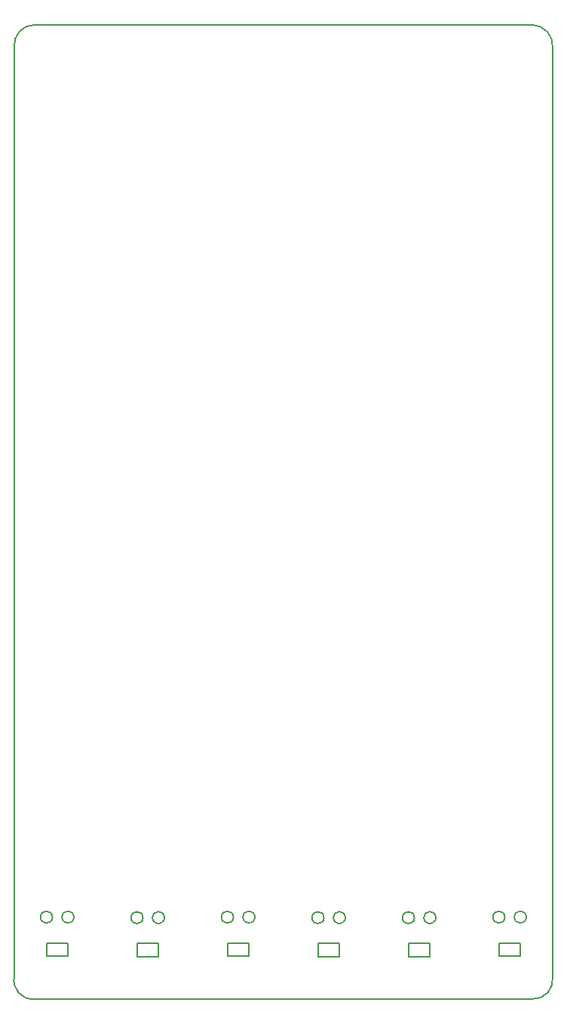
<source format=gko>
G04 DipTrace 4.0.0.0*
G04 uTest_p02.GKO*
%MOIN*%
G04 #@! TF.FileFunction,Profile*
G04 #@! TF.Part,Single*
%ADD11C,0.005512*%
%FSLAX26Y26*%
G04*
G70*
G90*
G75*
G01*
G04 BoardOutline*
%LPD*%
X2775834Y494461D2*
D11*
G02X2685834Y394461I-85468J-13579D01*
G01*
X485834D1*
G02X395834Y494461I-8738J82636D01*
G01*
Y4594461D1*
G02X485834Y4694461I89260J10166D01*
G01*
X2685834D1*
G02X2775834Y4594461I-1920J-92228D01*
G01*
Y494461D1*
X2606760Y755845D2*
G02X2606760Y755845I26392J0D01*
G01*
X2512129D2*
G02X2512129Y755845I26392J0D01*
G01*
X2538590Y641718D2*
X2633064D1*
Y582479D1*
X2538590D1*
Y641718D1*
X2206760Y753482D2*
G02X2206760Y753482I26392J0D01*
G01*
X2112129D2*
G02X2112129Y753482I26392J0D01*
G01*
X2138590Y639356D2*
X2233064D1*
Y580117D1*
X2138590D1*
Y639356D1*
X1806760Y753482D2*
G02X1806760Y753482I26392J0D01*
G01*
X1712129D2*
G02X1712129Y753482I26392J0D01*
G01*
X1738590Y639356D2*
X1833064D1*
Y580117D1*
X1738590D1*
Y639356D1*
X1406760Y755845D2*
G02X1406760Y755845I26392J0D01*
G01*
X1312129D2*
G02X1312129Y755845I26392J0D01*
G01*
X1338590Y641718D2*
X1433064D1*
Y582479D1*
X1338590D1*
Y641718D1*
X1006760Y753482D2*
G02X1006760Y753482I26392J0D01*
G01*
X912129D2*
G02X912129Y753482I26392J0D01*
G01*
X938590Y639356D2*
X1033064D1*
Y580117D1*
X938590D1*
Y639356D1*
X606760Y755845D2*
G02X606760Y755845I26392J0D01*
G01*
X512129D2*
G02X512129Y755845I26392J0D01*
G01*
X538590Y641718D2*
X633064D1*
Y582479D1*
X538590D1*
Y641718D1*
M02*

</source>
